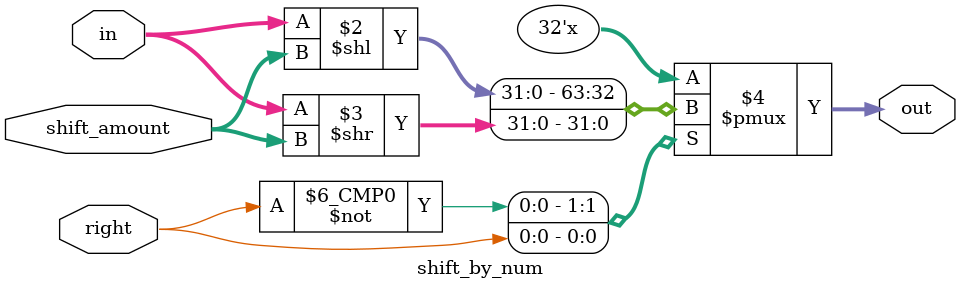
<source format=v>
`timescale 1ns / 1ps
module shift_by_num(
    input [31:0] in,
    input [4:0] shift_amount,
	 input right,
    output reg [31:0] out
    );

		always @(in or shift_amount) begin
			case(right)
				1'b0 : out = in << shift_amount;
				1'b1 : out = in >> shift_amount;
			endcase

		end

endmodule

</source>
